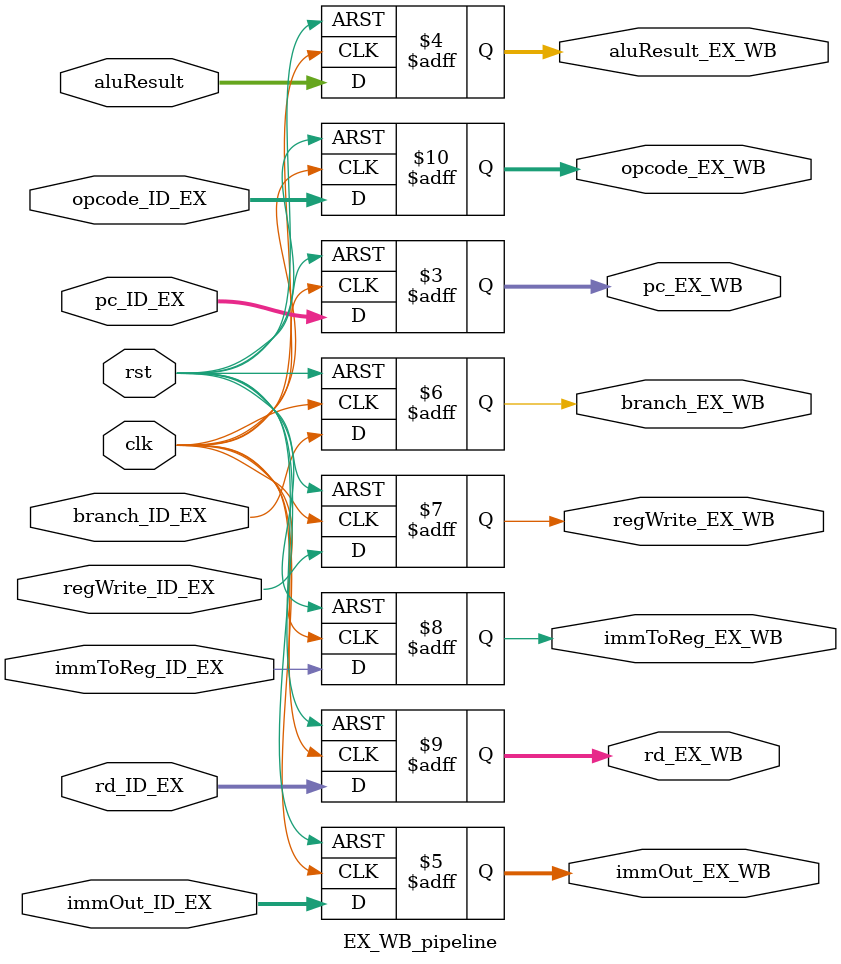
<source format=v>
`timescale 1ns / 1ps


module EX_WB_pipeline(
    input clk, rst, 
    input [7:0] pc_ID_EX, aluResult, immOut_ID_EX,
    input branch_ID_EX, regWrite_ID_EX, immToReg_ID_EX,  
    input [2:0] rd_ID_EX, 
    input [1:0] opcode_ID_EX,
    
    output reg [7:0] pc_EX_WB, aluResult_EX_WB, immOut_EX_WB, 
    output reg branch_EX_WB, regWrite_EX_WB, immToReg_EX_WB, 
    output reg [2:0] rd_EX_WB,
    output reg [1:0] opcode_EX_WB
    );
 
    always @(posedge clk, negedge rst)
        begin 
            if(rst == 0) 
                begin
                    pc_EX_WB <= 0; 
                    aluResult_EX_WB <= 0; 
                    immOut_EX_WB <= 0; 
                    branch_EX_WB <= 0; 
                    regWrite_EX_WB <= 0; 
                    immToReg_EX_WB <= 0;
                    rd_EX_WB <= 0; 
                    opcode_EX_WB <= 0;
                end 
             else
                begin 
                    pc_EX_WB <= pc_ID_EX; 
                    aluResult_EX_WB <= aluResult; 
                    immOut_EX_WB <= immOut_ID_EX; 
                    branch_EX_WB <= branch_ID_EX; 
                    regWrite_EX_WB <= regWrite_ID_EX; 
                    immToReg_EX_WB <= immToReg_ID_EX;
                    rd_EX_WB <= rd_ID_EX; 
                    opcode_EX_WB <= opcode_ID_EX; 
                end 
        end
endmodule

</source>
